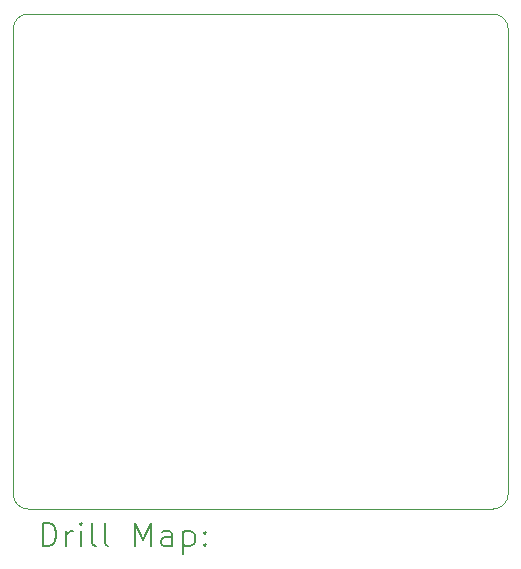
<source format=gbr>
%FSLAX45Y45*%
G04 Gerber Fmt 4.5, Leading zero omitted, Abs format (unit mm)*
G04 Created by KiCad (PCBNEW (6.0.4-0)) date 2022-03-28 13:42:37*
%MOMM*%
%LPD*%
G01*
G04 APERTURE LIST*
%TA.AperFunction,Profile*%
%ADD10C,0.120000*%
%TD*%
%ADD11C,0.200000*%
G04 APERTURE END LIST*
D10*
X15938500Y-8636000D02*
X12001500Y-8636000D01*
X11874500Y-8509000D02*
X11874500Y-4572000D01*
X16065500Y-4572000D02*
G75*
G03*
X15938500Y-4445000I-127000J0D01*
G01*
X11874500Y-8509000D02*
G75*
G03*
X12001500Y-8636000I127000J0D01*
G01*
X15938500Y-8636000D02*
G75*
G03*
X16065500Y-8509000I0J127000D01*
G01*
X12001500Y-4445000D02*
G75*
G03*
X11874500Y-4572000I0J-127000D01*
G01*
X12001500Y-4445000D02*
X15938500Y-4445000D01*
X16065500Y-4572000D02*
X16065500Y-8509000D01*
D11*
X12126119Y-8952476D02*
X12126119Y-8752476D01*
X12173738Y-8752476D01*
X12202309Y-8762000D01*
X12221357Y-8781048D01*
X12230881Y-8800095D01*
X12240405Y-8838190D01*
X12240405Y-8866762D01*
X12230881Y-8904857D01*
X12221357Y-8923905D01*
X12202309Y-8942952D01*
X12173738Y-8952476D01*
X12126119Y-8952476D01*
X12326119Y-8952476D02*
X12326119Y-8819143D01*
X12326119Y-8857238D02*
X12335643Y-8838190D01*
X12345167Y-8828667D01*
X12364214Y-8819143D01*
X12383262Y-8819143D01*
X12449928Y-8952476D02*
X12449928Y-8819143D01*
X12449928Y-8752476D02*
X12440405Y-8762000D01*
X12449928Y-8771524D01*
X12459452Y-8762000D01*
X12449928Y-8752476D01*
X12449928Y-8771524D01*
X12573738Y-8952476D02*
X12554690Y-8942952D01*
X12545167Y-8923905D01*
X12545167Y-8752476D01*
X12678500Y-8952476D02*
X12659452Y-8942952D01*
X12649928Y-8923905D01*
X12649928Y-8752476D01*
X12907071Y-8952476D02*
X12907071Y-8752476D01*
X12973738Y-8895333D01*
X13040405Y-8752476D01*
X13040405Y-8952476D01*
X13221357Y-8952476D02*
X13221357Y-8847714D01*
X13211833Y-8828667D01*
X13192786Y-8819143D01*
X13154690Y-8819143D01*
X13135643Y-8828667D01*
X13221357Y-8942952D02*
X13202309Y-8952476D01*
X13154690Y-8952476D01*
X13135643Y-8942952D01*
X13126119Y-8923905D01*
X13126119Y-8904857D01*
X13135643Y-8885810D01*
X13154690Y-8876286D01*
X13202309Y-8876286D01*
X13221357Y-8866762D01*
X13316595Y-8819143D02*
X13316595Y-9019143D01*
X13316595Y-8828667D02*
X13335643Y-8819143D01*
X13373738Y-8819143D01*
X13392786Y-8828667D01*
X13402309Y-8838190D01*
X13411833Y-8857238D01*
X13411833Y-8914381D01*
X13402309Y-8933429D01*
X13392786Y-8942952D01*
X13373738Y-8952476D01*
X13335643Y-8952476D01*
X13316595Y-8942952D01*
X13497548Y-8933429D02*
X13507071Y-8942952D01*
X13497548Y-8952476D01*
X13488024Y-8942952D01*
X13497548Y-8933429D01*
X13497548Y-8952476D01*
X13497548Y-8828667D02*
X13507071Y-8838190D01*
X13497548Y-8847714D01*
X13488024Y-8838190D01*
X13497548Y-8828667D01*
X13497548Y-8847714D01*
M02*

</source>
